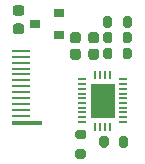
<source format=gbr>
%TF.GenerationSoftware,KiCad,Pcbnew,(5.1.10)-1*%
%TF.CreationDate,2022-01-11T16:22:32+08:00*%
%TF.ProjectId,VL160,564c3136-302e-46b6-9963-61645f706362,rev?*%
%TF.SameCoordinates,Original*%
%TF.FileFunction,Paste,Top*%
%TF.FilePolarity,Positive*%
%FSLAX46Y46*%
G04 Gerber Fmt 4.6, Leading zero omitted, Abs format (unit mm)*
G04 Created by KiCad (PCBNEW (5.1.10)-1) date 2022-01-11 16:22:32*
%MOMM*%
%LPD*%
G01*
G04 APERTURE LIST*
%ADD10R,2.600960X0.449580*%
%ADD11R,1.600200X0.248920*%
%ADD12O,0.701040X0.200660*%
%ADD13R,1.998980X2.999740*%
%ADD14O,0.200660X0.701040*%
%ADD15R,0.900000X0.800000*%
G04 APERTURE END LIST*
D10*
%TO.C,J1*%
X135242300Y-100313960D03*
D11*
X134744460Y-99739920D03*
X134744460Y-99239540D03*
X134744460Y-98739160D03*
X134744460Y-98238780D03*
X134744460Y-97738400D03*
X134744460Y-97238020D03*
X134744460Y-96740180D03*
X134744460Y-96239800D03*
X134744460Y-95739420D03*
X134744460Y-95239040D03*
X134744460Y-94738660D03*
X134744460Y-94238280D03*
%TD*%
%TO.C,C1*%
G36*
G01*
X134743000Y-91272000D02*
X134243000Y-91272000D01*
G75*
G02*
X134018000Y-91047000I0J225000D01*
G01*
X134018000Y-90597000D01*
G75*
G02*
X134243000Y-90372000I225000J0D01*
G01*
X134743000Y-90372000D01*
G75*
G02*
X134968000Y-90597000I0J-225000D01*
G01*
X134968000Y-91047000D01*
G75*
G02*
X134743000Y-91272000I-225000J0D01*
G01*
G37*
G36*
G01*
X134743000Y-92822000D02*
X134243000Y-92822000D01*
G75*
G02*
X134018000Y-92597000I0J225000D01*
G01*
X134018000Y-92147000D01*
G75*
G02*
X134243000Y-91922000I225000J0D01*
G01*
X134743000Y-91922000D01*
G75*
G02*
X134968000Y-92147000I0J-225000D01*
G01*
X134968000Y-92597000D01*
G75*
G02*
X134743000Y-92822000I-225000J0D01*
G01*
G37*
%TD*%
%TO.C,C2*%
G36*
G01*
X139756000Y-92871000D02*
X139756000Y-93371000D01*
G75*
G02*
X139531000Y-93596000I-225000J0D01*
G01*
X139081000Y-93596000D01*
G75*
G02*
X138856000Y-93371000I0J225000D01*
G01*
X138856000Y-92871000D01*
G75*
G02*
X139081000Y-92646000I225000J0D01*
G01*
X139531000Y-92646000D01*
G75*
G02*
X139756000Y-92871000I0J-225000D01*
G01*
G37*
G36*
G01*
X141306000Y-92871000D02*
X141306000Y-93371000D01*
G75*
G02*
X141081000Y-93596000I-225000J0D01*
G01*
X140631000Y-93596000D01*
G75*
G02*
X140406000Y-93371000I0J225000D01*
G01*
X140406000Y-92871000D01*
G75*
G02*
X140631000Y-92646000I225000J0D01*
G01*
X141081000Y-92646000D01*
G75*
G02*
X141306000Y-92871000I0J-225000D01*
G01*
G37*
%TD*%
%TO.C,C3*%
G36*
G01*
X139756000Y-94268000D02*
X139756000Y-94768000D01*
G75*
G02*
X139531000Y-94993000I-225000J0D01*
G01*
X139081000Y-94993000D01*
G75*
G02*
X138856000Y-94768000I0J225000D01*
G01*
X138856000Y-94268000D01*
G75*
G02*
X139081000Y-94043000I225000J0D01*
G01*
X139531000Y-94043000D01*
G75*
G02*
X139756000Y-94268000I0J-225000D01*
G01*
G37*
G36*
G01*
X141306000Y-94268000D02*
X141306000Y-94768000D01*
G75*
G02*
X141081000Y-94993000I-225000J0D01*
G01*
X140631000Y-94993000D01*
G75*
G02*
X140406000Y-94768000I0J225000D01*
G01*
X140406000Y-94268000D01*
G75*
G02*
X140631000Y-94043000I225000J0D01*
G01*
X141081000Y-94043000D01*
G75*
G02*
X141306000Y-94268000I0J-225000D01*
G01*
G37*
%TD*%
%TO.C,R1*%
G36*
G01*
X139488500Y-102563000D02*
X140038500Y-102563000D01*
G75*
G02*
X140238500Y-102763000I0J-200000D01*
G01*
X140238500Y-103163000D01*
G75*
G02*
X140038500Y-103363000I-200000J0D01*
G01*
X139488500Y-103363000D01*
G75*
G02*
X139288500Y-103163000I0J200000D01*
G01*
X139288500Y-102763000D01*
G75*
G02*
X139488500Y-102563000I200000J0D01*
G01*
G37*
G36*
G01*
X139488500Y-100913000D02*
X140038500Y-100913000D01*
G75*
G02*
X140238500Y-101113000I0J-200000D01*
G01*
X140238500Y-101513000D01*
G75*
G02*
X140038500Y-101713000I-200000J0D01*
G01*
X139488500Y-101713000D01*
G75*
G02*
X139288500Y-101513000I0J200000D01*
G01*
X139288500Y-101113000D01*
G75*
G02*
X139488500Y-100913000I200000J0D01*
G01*
G37*
%TD*%
%TO.C,R2*%
G36*
G01*
X142982500Y-102222500D02*
X142982500Y-101672500D01*
G75*
G02*
X143182500Y-101472500I200000J0D01*
G01*
X143582500Y-101472500D01*
G75*
G02*
X143782500Y-101672500I0J-200000D01*
G01*
X143782500Y-102222500D01*
G75*
G02*
X143582500Y-102422500I-200000J0D01*
G01*
X143182500Y-102422500D01*
G75*
G02*
X142982500Y-102222500I0J200000D01*
G01*
G37*
G36*
G01*
X141332500Y-102222500D02*
X141332500Y-101672500D01*
G75*
G02*
X141532500Y-101472500I200000J0D01*
G01*
X141932500Y-101472500D01*
G75*
G02*
X142132500Y-101672500I0J-200000D01*
G01*
X142132500Y-102222500D01*
G75*
G02*
X141932500Y-102422500I-200000J0D01*
G01*
X141532500Y-102422500D01*
G75*
G02*
X141332500Y-102222500I0J200000D01*
G01*
G37*
%TD*%
%TO.C,R3*%
G36*
G01*
X143300000Y-94729500D02*
X143300000Y-94179500D01*
G75*
G02*
X143500000Y-93979500I200000J0D01*
G01*
X143900000Y-93979500D01*
G75*
G02*
X144100000Y-94179500I0J-200000D01*
G01*
X144100000Y-94729500D01*
G75*
G02*
X143900000Y-94929500I-200000J0D01*
G01*
X143500000Y-94929500D01*
G75*
G02*
X143300000Y-94729500I0J200000D01*
G01*
G37*
G36*
G01*
X141650000Y-94729500D02*
X141650000Y-94179500D01*
G75*
G02*
X141850000Y-93979500I200000J0D01*
G01*
X142250000Y-93979500D01*
G75*
G02*
X142450000Y-94179500I0J-200000D01*
G01*
X142450000Y-94729500D01*
G75*
G02*
X142250000Y-94929500I-200000J0D01*
G01*
X141850000Y-94929500D01*
G75*
G02*
X141650000Y-94729500I0J200000D01*
G01*
G37*
%TD*%
%TO.C,R4*%
G36*
G01*
X143300000Y-93396000D02*
X143300000Y-92846000D01*
G75*
G02*
X143500000Y-92646000I200000J0D01*
G01*
X143900000Y-92646000D01*
G75*
G02*
X144100000Y-92846000I0J-200000D01*
G01*
X144100000Y-93396000D01*
G75*
G02*
X143900000Y-93596000I-200000J0D01*
G01*
X143500000Y-93596000D01*
G75*
G02*
X143300000Y-93396000I0J200000D01*
G01*
G37*
G36*
G01*
X141650000Y-93396000D02*
X141650000Y-92846000D01*
G75*
G02*
X141850000Y-92646000I200000J0D01*
G01*
X142250000Y-92646000D01*
G75*
G02*
X142450000Y-92846000I0J-200000D01*
G01*
X142450000Y-93396000D01*
G75*
G02*
X142250000Y-93596000I-200000J0D01*
G01*
X141850000Y-93596000D01*
G75*
G02*
X141650000Y-93396000I0J200000D01*
G01*
G37*
%TD*%
%TO.C,R5*%
G36*
G01*
X143300000Y-92062500D02*
X143300000Y-91512500D01*
G75*
G02*
X143500000Y-91312500I200000J0D01*
G01*
X143900000Y-91312500D01*
G75*
G02*
X144100000Y-91512500I0J-200000D01*
G01*
X144100000Y-92062500D01*
G75*
G02*
X143900000Y-92262500I-200000J0D01*
G01*
X143500000Y-92262500D01*
G75*
G02*
X143300000Y-92062500I0J200000D01*
G01*
G37*
G36*
G01*
X141650000Y-92062500D02*
X141650000Y-91512500D01*
G75*
G02*
X141850000Y-91312500I200000J0D01*
G01*
X142250000Y-91312500D01*
G75*
G02*
X142450000Y-91512500I0J-200000D01*
G01*
X142450000Y-92062500D01*
G75*
G02*
X142250000Y-92262500I-200000J0D01*
G01*
X141850000Y-92262500D01*
G75*
G02*
X141650000Y-92062500I0J200000D01*
G01*
G37*
%TD*%
D12*
%TO.C,U1*%
X139905740Y-96654140D03*
X139905740Y-97055460D03*
X139905740Y-97454240D03*
X139905740Y-97855560D03*
X139905740Y-98254340D03*
X139905740Y-98655660D03*
X139905740Y-99054440D03*
X139905740Y-99455760D03*
X139905740Y-99854540D03*
X139905740Y-100255860D03*
D13*
X141605000Y-98455000D03*
D12*
X143304260Y-96654140D03*
X143304260Y-97055460D03*
X143304260Y-97454240D03*
X143304260Y-97855560D03*
X143304260Y-98254340D03*
X143304260Y-98655660D03*
X143304260Y-99054440D03*
X143304260Y-99455760D03*
X143304260Y-99854540D03*
X143304260Y-100255860D03*
D14*
X141005560Y-96255360D03*
X141404340Y-96255360D03*
X141808200Y-96255360D03*
X142204440Y-96255360D03*
X141005560Y-100654640D03*
X141404340Y-100654640D03*
X141808200Y-100654640D03*
X142204440Y-100654640D03*
%TD*%
D15*
%TO.C,U2*%
X135906000Y-91978000D03*
X137906000Y-91028000D03*
X137906000Y-92928000D03*
%TD*%
M02*

</source>
